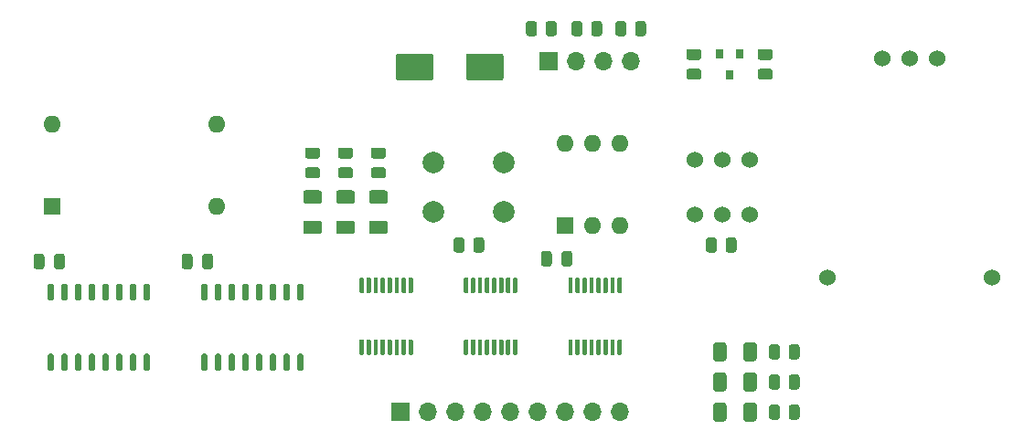
<source format=gbr>
%TF.GenerationSoftware,KiCad,Pcbnew,(5.1.10-1-10_14)*%
%TF.CreationDate,2021-11-14T12:00:46-05:00*%
%TF.ProjectId,clockv2,636c6f63-6b76-4322-9e6b-696361645f70,rev?*%
%TF.SameCoordinates,Original*%
%TF.FileFunction,Soldermask,Top*%
%TF.FilePolarity,Negative*%
%FSLAX46Y46*%
G04 Gerber Fmt 4.6, Leading zero omitted, Abs format (unit mm)*
G04 Created by KiCad (PCBNEW (5.1.10-1-10_14)) date 2021-11-14 12:00:46*
%MOMM*%
%LPD*%
G01*
G04 APERTURE LIST*
%ADD10R,0.800000X0.900000*%
%ADD11O,1.600000X1.600000*%
%ADD12R,1.600000X1.600000*%
%ADD13C,1.524000*%
%ADD14C,2.000000*%
%ADD15O,1.700000X1.700000*%
%ADD16R,1.700000X1.700000*%
G04 APERTURE END LIST*
%TO.C,U6*%
G36*
G01*
X195590500Y-58256000D02*
X195315500Y-58256000D01*
G75*
G02*
X195178000Y-58118500I0J137500D01*
G01*
X195178000Y-56793500D01*
G75*
G02*
X195315500Y-56656000I137500J0D01*
G01*
X195590500Y-56656000D01*
G75*
G02*
X195728000Y-56793500I0J-137500D01*
G01*
X195728000Y-58118500D01*
G75*
G02*
X195590500Y-58256000I-137500J0D01*
G01*
G37*
G36*
G01*
X196860500Y-58256000D02*
X196585500Y-58256000D01*
G75*
G02*
X196448000Y-58118500I0J137500D01*
G01*
X196448000Y-56793500D01*
G75*
G02*
X196585500Y-56656000I137500J0D01*
G01*
X196860500Y-56656000D01*
G75*
G02*
X196998000Y-56793500I0J-137500D01*
G01*
X196998000Y-58118500D01*
G75*
G02*
X196860500Y-58256000I-137500J0D01*
G01*
G37*
G36*
G01*
X198130500Y-58256000D02*
X197855500Y-58256000D01*
G75*
G02*
X197718000Y-58118500I0J137500D01*
G01*
X197718000Y-56793500D01*
G75*
G02*
X197855500Y-56656000I137500J0D01*
G01*
X198130500Y-56656000D01*
G75*
G02*
X198268000Y-56793500I0J-137500D01*
G01*
X198268000Y-58118500D01*
G75*
G02*
X198130500Y-58256000I-137500J0D01*
G01*
G37*
G36*
G01*
X199400500Y-58256000D02*
X199125500Y-58256000D01*
G75*
G02*
X198988000Y-58118500I0J137500D01*
G01*
X198988000Y-56793500D01*
G75*
G02*
X199125500Y-56656000I137500J0D01*
G01*
X199400500Y-56656000D01*
G75*
G02*
X199538000Y-56793500I0J-137500D01*
G01*
X199538000Y-58118500D01*
G75*
G02*
X199400500Y-58256000I-137500J0D01*
G01*
G37*
G36*
G01*
X200670500Y-58256000D02*
X200395500Y-58256000D01*
G75*
G02*
X200258000Y-58118500I0J137500D01*
G01*
X200258000Y-56793500D01*
G75*
G02*
X200395500Y-56656000I137500J0D01*
G01*
X200670500Y-56656000D01*
G75*
G02*
X200808000Y-56793500I0J-137500D01*
G01*
X200808000Y-58118500D01*
G75*
G02*
X200670500Y-58256000I-137500J0D01*
G01*
G37*
G36*
G01*
X201940500Y-58256000D02*
X201665500Y-58256000D01*
G75*
G02*
X201528000Y-58118500I0J137500D01*
G01*
X201528000Y-56793500D01*
G75*
G02*
X201665500Y-56656000I137500J0D01*
G01*
X201940500Y-56656000D01*
G75*
G02*
X202078000Y-56793500I0J-137500D01*
G01*
X202078000Y-58118500D01*
G75*
G02*
X201940500Y-58256000I-137500J0D01*
G01*
G37*
G36*
G01*
X203210500Y-58256000D02*
X202935500Y-58256000D01*
G75*
G02*
X202798000Y-58118500I0J137500D01*
G01*
X202798000Y-56793500D01*
G75*
G02*
X202935500Y-56656000I137500J0D01*
G01*
X203210500Y-56656000D01*
G75*
G02*
X203348000Y-56793500I0J-137500D01*
G01*
X203348000Y-58118500D01*
G75*
G02*
X203210500Y-58256000I-137500J0D01*
G01*
G37*
G36*
G01*
X204480500Y-58256000D02*
X204205500Y-58256000D01*
G75*
G02*
X204068000Y-58118500I0J137500D01*
G01*
X204068000Y-56793500D01*
G75*
G02*
X204205500Y-56656000I137500J0D01*
G01*
X204480500Y-56656000D01*
G75*
G02*
X204618000Y-56793500I0J-137500D01*
G01*
X204618000Y-58118500D01*
G75*
G02*
X204480500Y-58256000I-137500J0D01*
G01*
G37*
G36*
G01*
X204480500Y-64756000D02*
X204205500Y-64756000D01*
G75*
G02*
X204068000Y-64618500I0J137500D01*
G01*
X204068000Y-63293500D01*
G75*
G02*
X204205500Y-63156000I137500J0D01*
G01*
X204480500Y-63156000D01*
G75*
G02*
X204618000Y-63293500I0J-137500D01*
G01*
X204618000Y-64618500D01*
G75*
G02*
X204480500Y-64756000I-137500J0D01*
G01*
G37*
G36*
G01*
X203210500Y-64756000D02*
X202935500Y-64756000D01*
G75*
G02*
X202798000Y-64618500I0J137500D01*
G01*
X202798000Y-63293500D01*
G75*
G02*
X202935500Y-63156000I137500J0D01*
G01*
X203210500Y-63156000D01*
G75*
G02*
X203348000Y-63293500I0J-137500D01*
G01*
X203348000Y-64618500D01*
G75*
G02*
X203210500Y-64756000I-137500J0D01*
G01*
G37*
G36*
G01*
X201940500Y-64756000D02*
X201665500Y-64756000D01*
G75*
G02*
X201528000Y-64618500I0J137500D01*
G01*
X201528000Y-63293500D01*
G75*
G02*
X201665500Y-63156000I137500J0D01*
G01*
X201940500Y-63156000D01*
G75*
G02*
X202078000Y-63293500I0J-137500D01*
G01*
X202078000Y-64618500D01*
G75*
G02*
X201940500Y-64756000I-137500J0D01*
G01*
G37*
G36*
G01*
X200670500Y-64756000D02*
X200395500Y-64756000D01*
G75*
G02*
X200258000Y-64618500I0J137500D01*
G01*
X200258000Y-63293500D01*
G75*
G02*
X200395500Y-63156000I137500J0D01*
G01*
X200670500Y-63156000D01*
G75*
G02*
X200808000Y-63293500I0J-137500D01*
G01*
X200808000Y-64618500D01*
G75*
G02*
X200670500Y-64756000I-137500J0D01*
G01*
G37*
G36*
G01*
X199400500Y-64756000D02*
X199125500Y-64756000D01*
G75*
G02*
X198988000Y-64618500I0J137500D01*
G01*
X198988000Y-63293500D01*
G75*
G02*
X199125500Y-63156000I137500J0D01*
G01*
X199400500Y-63156000D01*
G75*
G02*
X199538000Y-63293500I0J-137500D01*
G01*
X199538000Y-64618500D01*
G75*
G02*
X199400500Y-64756000I-137500J0D01*
G01*
G37*
G36*
G01*
X198130500Y-64756000D02*
X197855500Y-64756000D01*
G75*
G02*
X197718000Y-64618500I0J137500D01*
G01*
X197718000Y-63293500D01*
G75*
G02*
X197855500Y-63156000I137500J0D01*
G01*
X198130500Y-63156000D01*
G75*
G02*
X198268000Y-63293500I0J-137500D01*
G01*
X198268000Y-64618500D01*
G75*
G02*
X198130500Y-64756000I-137500J0D01*
G01*
G37*
G36*
G01*
X196860500Y-64756000D02*
X196585500Y-64756000D01*
G75*
G02*
X196448000Y-64618500I0J137500D01*
G01*
X196448000Y-63293500D01*
G75*
G02*
X196585500Y-63156000I137500J0D01*
G01*
X196860500Y-63156000D01*
G75*
G02*
X196998000Y-63293500I0J-137500D01*
G01*
X196998000Y-64618500D01*
G75*
G02*
X196860500Y-64756000I-137500J0D01*
G01*
G37*
G36*
G01*
X195590500Y-64756000D02*
X195315500Y-64756000D01*
G75*
G02*
X195178000Y-64618500I0J137500D01*
G01*
X195178000Y-63293500D01*
G75*
G02*
X195315500Y-63156000I137500J0D01*
G01*
X195590500Y-63156000D01*
G75*
G02*
X195728000Y-63293500I0J-137500D01*
G01*
X195728000Y-64618500D01*
G75*
G02*
X195590500Y-64756000I-137500J0D01*
G01*
G37*
%TD*%
%TO.C,U3*%
G36*
G01*
X181366500Y-58256000D02*
X181091500Y-58256000D01*
G75*
G02*
X180954000Y-58118500I0J137500D01*
G01*
X180954000Y-56793500D01*
G75*
G02*
X181091500Y-56656000I137500J0D01*
G01*
X181366500Y-56656000D01*
G75*
G02*
X181504000Y-56793500I0J-137500D01*
G01*
X181504000Y-58118500D01*
G75*
G02*
X181366500Y-58256000I-137500J0D01*
G01*
G37*
G36*
G01*
X182636500Y-58256000D02*
X182361500Y-58256000D01*
G75*
G02*
X182224000Y-58118500I0J137500D01*
G01*
X182224000Y-56793500D01*
G75*
G02*
X182361500Y-56656000I137500J0D01*
G01*
X182636500Y-56656000D01*
G75*
G02*
X182774000Y-56793500I0J-137500D01*
G01*
X182774000Y-58118500D01*
G75*
G02*
X182636500Y-58256000I-137500J0D01*
G01*
G37*
G36*
G01*
X183906500Y-58256000D02*
X183631500Y-58256000D01*
G75*
G02*
X183494000Y-58118500I0J137500D01*
G01*
X183494000Y-56793500D01*
G75*
G02*
X183631500Y-56656000I137500J0D01*
G01*
X183906500Y-56656000D01*
G75*
G02*
X184044000Y-56793500I0J-137500D01*
G01*
X184044000Y-58118500D01*
G75*
G02*
X183906500Y-58256000I-137500J0D01*
G01*
G37*
G36*
G01*
X185176500Y-58256000D02*
X184901500Y-58256000D01*
G75*
G02*
X184764000Y-58118500I0J137500D01*
G01*
X184764000Y-56793500D01*
G75*
G02*
X184901500Y-56656000I137500J0D01*
G01*
X185176500Y-56656000D01*
G75*
G02*
X185314000Y-56793500I0J-137500D01*
G01*
X185314000Y-58118500D01*
G75*
G02*
X185176500Y-58256000I-137500J0D01*
G01*
G37*
G36*
G01*
X186446500Y-58256000D02*
X186171500Y-58256000D01*
G75*
G02*
X186034000Y-58118500I0J137500D01*
G01*
X186034000Y-56793500D01*
G75*
G02*
X186171500Y-56656000I137500J0D01*
G01*
X186446500Y-56656000D01*
G75*
G02*
X186584000Y-56793500I0J-137500D01*
G01*
X186584000Y-58118500D01*
G75*
G02*
X186446500Y-58256000I-137500J0D01*
G01*
G37*
G36*
G01*
X187716500Y-58256000D02*
X187441500Y-58256000D01*
G75*
G02*
X187304000Y-58118500I0J137500D01*
G01*
X187304000Y-56793500D01*
G75*
G02*
X187441500Y-56656000I137500J0D01*
G01*
X187716500Y-56656000D01*
G75*
G02*
X187854000Y-56793500I0J-137500D01*
G01*
X187854000Y-58118500D01*
G75*
G02*
X187716500Y-58256000I-137500J0D01*
G01*
G37*
G36*
G01*
X188986500Y-58256000D02*
X188711500Y-58256000D01*
G75*
G02*
X188574000Y-58118500I0J137500D01*
G01*
X188574000Y-56793500D01*
G75*
G02*
X188711500Y-56656000I137500J0D01*
G01*
X188986500Y-56656000D01*
G75*
G02*
X189124000Y-56793500I0J-137500D01*
G01*
X189124000Y-58118500D01*
G75*
G02*
X188986500Y-58256000I-137500J0D01*
G01*
G37*
G36*
G01*
X190256500Y-58256000D02*
X189981500Y-58256000D01*
G75*
G02*
X189844000Y-58118500I0J137500D01*
G01*
X189844000Y-56793500D01*
G75*
G02*
X189981500Y-56656000I137500J0D01*
G01*
X190256500Y-56656000D01*
G75*
G02*
X190394000Y-56793500I0J-137500D01*
G01*
X190394000Y-58118500D01*
G75*
G02*
X190256500Y-58256000I-137500J0D01*
G01*
G37*
G36*
G01*
X190256500Y-64756000D02*
X189981500Y-64756000D01*
G75*
G02*
X189844000Y-64618500I0J137500D01*
G01*
X189844000Y-63293500D01*
G75*
G02*
X189981500Y-63156000I137500J0D01*
G01*
X190256500Y-63156000D01*
G75*
G02*
X190394000Y-63293500I0J-137500D01*
G01*
X190394000Y-64618500D01*
G75*
G02*
X190256500Y-64756000I-137500J0D01*
G01*
G37*
G36*
G01*
X188986500Y-64756000D02*
X188711500Y-64756000D01*
G75*
G02*
X188574000Y-64618500I0J137500D01*
G01*
X188574000Y-63293500D01*
G75*
G02*
X188711500Y-63156000I137500J0D01*
G01*
X188986500Y-63156000D01*
G75*
G02*
X189124000Y-63293500I0J-137500D01*
G01*
X189124000Y-64618500D01*
G75*
G02*
X188986500Y-64756000I-137500J0D01*
G01*
G37*
G36*
G01*
X187716500Y-64756000D02*
X187441500Y-64756000D01*
G75*
G02*
X187304000Y-64618500I0J137500D01*
G01*
X187304000Y-63293500D01*
G75*
G02*
X187441500Y-63156000I137500J0D01*
G01*
X187716500Y-63156000D01*
G75*
G02*
X187854000Y-63293500I0J-137500D01*
G01*
X187854000Y-64618500D01*
G75*
G02*
X187716500Y-64756000I-137500J0D01*
G01*
G37*
G36*
G01*
X186446500Y-64756000D02*
X186171500Y-64756000D01*
G75*
G02*
X186034000Y-64618500I0J137500D01*
G01*
X186034000Y-63293500D01*
G75*
G02*
X186171500Y-63156000I137500J0D01*
G01*
X186446500Y-63156000D01*
G75*
G02*
X186584000Y-63293500I0J-137500D01*
G01*
X186584000Y-64618500D01*
G75*
G02*
X186446500Y-64756000I-137500J0D01*
G01*
G37*
G36*
G01*
X185176500Y-64756000D02*
X184901500Y-64756000D01*
G75*
G02*
X184764000Y-64618500I0J137500D01*
G01*
X184764000Y-63293500D01*
G75*
G02*
X184901500Y-63156000I137500J0D01*
G01*
X185176500Y-63156000D01*
G75*
G02*
X185314000Y-63293500I0J-137500D01*
G01*
X185314000Y-64618500D01*
G75*
G02*
X185176500Y-64756000I-137500J0D01*
G01*
G37*
G36*
G01*
X183906500Y-64756000D02*
X183631500Y-64756000D01*
G75*
G02*
X183494000Y-64618500I0J137500D01*
G01*
X183494000Y-63293500D01*
G75*
G02*
X183631500Y-63156000I137500J0D01*
G01*
X183906500Y-63156000D01*
G75*
G02*
X184044000Y-63293500I0J-137500D01*
G01*
X184044000Y-64618500D01*
G75*
G02*
X183906500Y-64756000I-137500J0D01*
G01*
G37*
G36*
G01*
X182636500Y-64756000D02*
X182361500Y-64756000D01*
G75*
G02*
X182224000Y-64618500I0J137500D01*
G01*
X182224000Y-63293500D01*
G75*
G02*
X182361500Y-63156000I137500J0D01*
G01*
X182636500Y-63156000D01*
G75*
G02*
X182774000Y-63293500I0J-137500D01*
G01*
X182774000Y-64618500D01*
G75*
G02*
X182636500Y-64756000I-137500J0D01*
G01*
G37*
G36*
G01*
X181366500Y-64756000D02*
X181091500Y-64756000D01*
G75*
G02*
X180954000Y-64618500I0J137500D01*
G01*
X180954000Y-63293500D01*
G75*
G02*
X181091500Y-63156000I137500J0D01*
G01*
X181366500Y-63156000D01*
G75*
G02*
X181504000Y-63293500I0J-137500D01*
G01*
X181504000Y-64618500D01*
G75*
G02*
X181366500Y-64756000I-137500J0D01*
G01*
G37*
%TD*%
%TO.C,R10*%
G36*
G01*
X241242001Y-35922000D02*
X240341999Y-35922000D01*
G75*
G02*
X240092000Y-35672001I0J249999D01*
G01*
X240092000Y-35146999D01*
G75*
G02*
X240341999Y-34897000I249999J0D01*
G01*
X241242001Y-34897000D01*
G75*
G02*
X241492000Y-35146999I0J-249999D01*
G01*
X241492000Y-35672001D01*
G75*
G02*
X241242001Y-35922000I-249999J0D01*
G01*
G37*
G36*
G01*
X241242001Y-37747000D02*
X240341999Y-37747000D01*
G75*
G02*
X240092000Y-37497001I0J249999D01*
G01*
X240092000Y-36971999D01*
G75*
G02*
X240341999Y-36722000I249999J0D01*
G01*
X241242001Y-36722000D01*
G75*
G02*
X241492000Y-36971999I0J-249999D01*
G01*
X241492000Y-37497001D01*
G75*
G02*
X241242001Y-37747000I-249999J0D01*
G01*
G37*
%TD*%
%TO.C,R9*%
G36*
G01*
X247846001Y-35922000D02*
X246945999Y-35922000D01*
G75*
G02*
X246696000Y-35672001I0J249999D01*
G01*
X246696000Y-35146999D01*
G75*
G02*
X246945999Y-34897000I249999J0D01*
G01*
X247846001Y-34897000D01*
G75*
G02*
X248096000Y-35146999I0J-249999D01*
G01*
X248096000Y-35672001D01*
G75*
G02*
X247846001Y-35922000I-249999J0D01*
G01*
G37*
G36*
G01*
X247846001Y-37747000D02*
X246945999Y-37747000D01*
G75*
G02*
X246696000Y-37497001I0J249999D01*
G01*
X246696000Y-36971999D01*
G75*
G02*
X246945999Y-36722000I249999J0D01*
G01*
X247846001Y-36722000D01*
G75*
G02*
X248096000Y-36971999I0J-249999D01*
G01*
X248096000Y-37497001D01*
G75*
G02*
X247846001Y-37747000I-249999J0D01*
G01*
G37*
%TD*%
D10*
%TO.C,Q1*%
X244094000Y-37322000D03*
X243144000Y-35322000D03*
X245044000Y-35322000D03*
%TD*%
%TO.C,U13*%
G36*
G01*
X243827000Y-65161000D02*
X243827000Y-66411000D01*
G75*
G02*
X243577000Y-66661000I-250000J0D01*
G01*
X242827000Y-66661000D01*
G75*
G02*
X242577000Y-66411000I0J250000D01*
G01*
X242577000Y-65161000D01*
G75*
G02*
X242827000Y-64911000I250000J0D01*
G01*
X243577000Y-64911000D01*
G75*
G02*
X243827000Y-65161000I0J-250000D01*
G01*
G37*
G36*
G01*
X246627000Y-65161000D02*
X246627000Y-66411000D01*
G75*
G02*
X246377000Y-66661000I-250000J0D01*
G01*
X245627000Y-66661000D01*
G75*
G02*
X245377000Y-66411000I0J250000D01*
G01*
X245377000Y-65161000D01*
G75*
G02*
X245627000Y-64911000I250000J0D01*
G01*
X246377000Y-64911000D01*
G75*
G02*
X246627000Y-65161000I0J-250000D01*
G01*
G37*
%TD*%
%TO.C,U12*%
G36*
G01*
X243827000Y-67955000D02*
X243827000Y-69205000D01*
G75*
G02*
X243577000Y-69455000I-250000J0D01*
G01*
X242827000Y-69455000D01*
G75*
G02*
X242577000Y-69205000I0J250000D01*
G01*
X242577000Y-67955000D01*
G75*
G02*
X242827000Y-67705000I250000J0D01*
G01*
X243577000Y-67705000D01*
G75*
G02*
X243827000Y-67955000I0J-250000D01*
G01*
G37*
G36*
G01*
X246627000Y-67955000D02*
X246627000Y-69205000D01*
G75*
G02*
X246377000Y-69455000I-250000J0D01*
G01*
X245627000Y-69455000D01*
G75*
G02*
X245377000Y-69205000I0J250000D01*
G01*
X245377000Y-67955000D01*
G75*
G02*
X245627000Y-67705000I250000J0D01*
G01*
X246377000Y-67705000D01*
G75*
G02*
X246627000Y-67955000I0J-250000D01*
G01*
G37*
%TD*%
%TO.C,U11*%
G36*
G01*
X243827000Y-62367000D02*
X243827000Y-63617000D01*
G75*
G02*
X243577000Y-63867000I-250000J0D01*
G01*
X242827000Y-63867000D01*
G75*
G02*
X242577000Y-63617000I0J250000D01*
G01*
X242577000Y-62367000D01*
G75*
G02*
X242827000Y-62117000I250000J0D01*
G01*
X243577000Y-62117000D01*
G75*
G02*
X243827000Y-62367000I0J-250000D01*
G01*
G37*
G36*
G01*
X246627000Y-62367000D02*
X246627000Y-63617000D01*
G75*
G02*
X246377000Y-63867000I-250000J0D01*
G01*
X245627000Y-63867000D01*
G75*
G02*
X245377000Y-63617000I0J250000D01*
G01*
X245377000Y-62367000D01*
G75*
G02*
X245627000Y-62117000I250000J0D01*
G01*
X246377000Y-62117000D01*
G75*
G02*
X246627000Y-62367000I0J-250000D01*
G01*
G37*
%TD*%
%TO.C,U10*%
G36*
G01*
X219802000Y-57565000D02*
X219602000Y-57565000D01*
G75*
G02*
X219502000Y-57465000I0J100000D01*
G01*
X219502000Y-56190000D01*
G75*
G02*
X219602000Y-56090000I100000J0D01*
G01*
X219802000Y-56090000D01*
G75*
G02*
X219902000Y-56190000I0J-100000D01*
G01*
X219902000Y-57465000D01*
G75*
G02*
X219802000Y-57565000I-100000J0D01*
G01*
G37*
G36*
G01*
X220452000Y-57565000D02*
X220252000Y-57565000D01*
G75*
G02*
X220152000Y-57465000I0J100000D01*
G01*
X220152000Y-56190000D01*
G75*
G02*
X220252000Y-56090000I100000J0D01*
G01*
X220452000Y-56090000D01*
G75*
G02*
X220552000Y-56190000I0J-100000D01*
G01*
X220552000Y-57465000D01*
G75*
G02*
X220452000Y-57565000I-100000J0D01*
G01*
G37*
G36*
G01*
X221102000Y-57565000D02*
X220902000Y-57565000D01*
G75*
G02*
X220802000Y-57465000I0J100000D01*
G01*
X220802000Y-56190000D01*
G75*
G02*
X220902000Y-56090000I100000J0D01*
G01*
X221102000Y-56090000D01*
G75*
G02*
X221202000Y-56190000I0J-100000D01*
G01*
X221202000Y-57465000D01*
G75*
G02*
X221102000Y-57565000I-100000J0D01*
G01*
G37*
G36*
G01*
X221752000Y-57565000D02*
X221552000Y-57565000D01*
G75*
G02*
X221452000Y-57465000I0J100000D01*
G01*
X221452000Y-56190000D01*
G75*
G02*
X221552000Y-56090000I100000J0D01*
G01*
X221752000Y-56090000D01*
G75*
G02*
X221852000Y-56190000I0J-100000D01*
G01*
X221852000Y-57465000D01*
G75*
G02*
X221752000Y-57565000I-100000J0D01*
G01*
G37*
G36*
G01*
X222402000Y-57565000D02*
X222202000Y-57565000D01*
G75*
G02*
X222102000Y-57465000I0J100000D01*
G01*
X222102000Y-56190000D01*
G75*
G02*
X222202000Y-56090000I100000J0D01*
G01*
X222402000Y-56090000D01*
G75*
G02*
X222502000Y-56190000I0J-100000D01*
G01*
X222502000Y-57465000D01*
G75*
G02*
X222402000Y-57565000I-100000J0D01*
G01*
G37*
G36*
G01*
X223052000Y-57565000D02*
X222852000Y-57565000D01*
G75*
G02*
X222752000Y-57465000I0J100000D01*
G01*
X222752000Y-56190000D01*
G75*
G02*
X222852000Y-56090000I100000J0D01*
G01*
X223052000Y-56090000D01*
G75*
G02*
X223152000Y-56190000I0J-100000D01*
G01*
X223152000Y-57465000D01*
G75*
G02*
X223052000Y-57565000I-100000J0D01*
G01*
G37*
G36*
G01*
X223702000Y-57565000D02*
X223502000Y-57565000D01*
G75*
G02*
X223402000Y-57465000I0J100000D01*
G01*
X223402000Y-56190000D01*
G75*
G02*
X223502000Y-56090000I100000J0D01*
G01*
X223702000Y-56090000D01*
G75*
G02*
X223802000Y-56190000I0J-100000D01*
G01*
X223802000Y-57465000D01*
G75*
G02*
X223702000Y-57565000I-100000J0D01*
G01*
G37*
G36*
G01*
X224352000Y-57565000D02*
X224152000Y-57565000D01*
G75*
G02*
X224052000Y-57465000I0J100000D01*
G01*
X224052000Y-56190000D01*
G75*
G02*
X224152000Y-56090000I100000J0D01*
G01*
X224352000Y-56090000D01*
G75*
G02*
X224452000Y-56190000I0J-100000D01*
G01*
X224452000Y-57465000D01*
G75*
G02*
X224352000Y-57565000I-100000J0D01*
G01*
G37*
G36*
G01*
X224352000Y-63290000D02*
X224152000Y-63290000D01*
G75*
G02*
X224052000Y-63190000I0J100000D01*
G01*
X224052000Y-61915000D01*
G75*
G02*
X224152000Y-61815000I100000J0D01*
G01*
X224352000Y-61815000D01*
G75*
G02*
X224452000Y-61915000I0J-100000D01*
G01*
X224452000Y-63190000D01*
G75*
G02*
X224352000Y-63290000I-100000J0D01*
G01*
G37*
G36*
G01*
X223702000Y-63290000D02*
X223502000Y-63290000D01*
G75*
G02*
X223402000Y-63190000I0J100000D01*
G01*
X223402000Y-61915000D01*
G75*
G02*
X223502000Y-61815000I100000J0D01*
G01*
X223702000Y-61815000D01*
G75*
G02*
X223802000Y-61915000I0J-100000D01*
G01*
X223802000Y-63190000D01*
G75*
G02*
X223702000Y-63290000I-100000J0D01*
G01*
G37*
G36*
G01*
X223052000Y-63290000D02*
X222852000Y-63290000D01*
G75*
G02*
X222752000Y-63190000I0J100000D01*
G01*
X222752000Y-61915000D01*
G75*
G02*
X222852000Y-61815000I100000J0D01*
G01*
X223052000Y-61815000D01*
G75*
G02*
X223152000Y-61915000I0J-100000D01*
G01*
X223152000Y-63190000D01*
G75*
G02*
X223052000Y-63290000I-100000J0D01*
G01*
G37*
G36*
G01*
X222402000Y-63290000D02*
X222202000Y-63290000D01*
G75*
G02*
X222102000Y-63190000I0J100000D01*
G01*
X222102000Y-61915000D01*
G75*
G02*
X222202000Y-61815000I100000J0D01*
G01*
X222402000Y-61815000D01*
G75*
G02*
X222502000Y-61915000I0J-100000D01*
G01*
X222502000Y-63190000D01*
G75*
G02*
X222402000Y-63290000I-100000J0D01*
G01*
G37*
G36*
G01*
X221752000Y-63290000D02*
X221552000Y-63290000D01*
G75*
G02*
X221452000Y-63190000I0J100000D01*
G01*
X221452000Y-61915000D01*
G75*
G02*
X221552000Y-61815000I100000J0D01*
G01*
X221752000Y-61815000D01*
G75*
G02*
X221852000Y-61915000I0J-100000D01*
G01*
X221852000Y-63190000D01*
G75*
G02*
X221752000Y-63290000I-100000J0D01*
G01*
G37*
G36*
G01*
X221102000Y-63290000D02*
X220902000Y-63290000D01*
G75*
G02*
X220802000Y-63190000I0J100000D01*
G01*
X220802000Y-61915000D01*
G75*
G02*
X220902000Y-61815000I100000J0D01*
G01*
X221102000Y-61815000D01*
G75*
G02*
X221202000Y-61915000I0J-100000D01*
G01*
X221202000Y-63190000D01*
G75*
G02*
X221102000Y-63290000I-100000J0D01*
G01*
G37*
G36*
G01*
X220452000Y-63290000D02*
X220252000Y-63290000D01*
G75*
G02*
X220152000Y-63190000I0J100000D01*
G01*
X220152000Y-61915000D01*
G75*
G02*
X220252000Y-61815000I100000J0D01*
G01*
X220452000Y-61815000D01*
G75*
G02*
X220552000Y-61915000I0J-100000D01*
G01*
X220552000Y-63190000D01*
G75*
G02*
X220452000Y-63290000I-100000J0D01*
G01*
G37*
G36*
G01*
X219802000Y-63290000D02*
X219602000Y-63290000D01*
G75*
G02*
X219502000Y-63190000I0J100000D01*
G01*
X219502000Y-61915000D01*
G75*
G02*
X219602000Y-61815000I100000J0D01*
G01*
X219802000Y-61815000D01*
G75*
G02*
X219902000Y-61915000I0J-100000D01*
G01*
X219902000Y-63190000D01*
G75*
G02*
X219802000Y-63290000I-100000J0D01*
G01*
G37*
%TD*%
%TO.C,U9*%
G36*
G01*
X210131000Y-57565000D02*
X209931000Y-57565000D01*
G75*
G02*
X209831000Y-57465000I0J100000D01*
G01*
X209831000Y-56190000D01*
G75*
G02*
X209931000Y-56090000I100000J0D01*
G01*
X210131000Y-56090000D01*
G75*
G02*
X210231000Y-56190000I0J-100000D01*
G01*
X210231000Y-57465000D01*
G75*
G02*
X210131000Y-57565000I-100000J0D01*
G01*
G37*
G36*
G01*
X210781000Y-57565000D02*
X210581000Y-57565000D01*
G75*
G02*
X210481000Y-57465000I0J100000D01*
G01*
X210481000Y-56190000D01*
G75*
G02*
X210581000Y-56090000I100000J0D01*
G01*
X210781000Y-56090000D01*
G75*
G02*
X210881000Y-56190000I0J-100000D01*
G01*
X210881000Y-57465000D01*
G75*
G02*
X210781000Y-57565000I-100000J0D01*
G01*
G37*
G36*
G01*
X211431000Y-57565000D02*
X211231000Y-57565000D01*
G75*
G02*
X211131000Y-57465000I0J100000D01*
G01*
X211131000Y-56190000D01*
G75*
G02*
X211231000Y-56090000I100000J0D01*
G01*
X211431000Y-56090000D01*
G75*
G02*
X211531000Y-56190000I0J-100000D01*
G01*
X211531000Y-57465000D01*
G75*
G02*
X211431000Y-57565000I-100000J0D01*
G01*
G37*
G36*
G01*
X212081000Y-57565000D02*
X211881000Y-57565000D01*
G75*
G02*
X211781000Y-57465000I0J100000D01*
G01*
X211781000Y-56190000D01*
G75*
G02*
X211881000Y-56090000I100000J0D01*
G01*
X212081000Y-56090000D01*
G75*
G02*
X212181000Y-56190000I0J-100000D01*
G01*
X212181000Y-57465000D01*
G75*
G02*
X212081000Y-57565000I-100000J0D01*
G01*
G37*
G36*
G01*
X212731000Y-57565000D02*
X212531000Y-57565000D01*
G75*
G02*
X212431000Y-57465000I0J100000D01*
G01*
X212431000Y-56190000D01*
G75*
G02*
X212531000Y-56090000I100000J0D01*
G01*
X212731000Y-56090000D01*
G75*
G02*
X212831000Y-56190000I0J-100000D01*
G01*
X212831000Y-57465000D01*
G75*
G02*
X212731000Y-57565000I-100000J0D01*
G01*
G37*
G36*
G01*
X213381000Y-57565000D02*
X213181000Y-57565000D01*
G75*
G02*
X213081000Y-57465000I0J100000D01*
G01*
X213081000Y-56190000D01*
G75*
G02*
X213181000Y-56090000I100000J0D01*
G01*
X213381000Y-56090000D01*
G75*
G02*
X213481000Y-56190000I0J-100000D01*
G01*
X213481000Y-57465000D01*
G75*
G02*
X213381000Y-57565000I-100000J0D01*
G01*
G37*
G36*
G01*
X214031000Y-57565000D02*
X213831000Y-57565000D01*
G75*
G02*
X213731000Y-57465000I0J100000D01*
G01*
X213731000Y-56190000D01*
G75*
G02*
X213831000Y-56090000I100000J0D01*
G01*
X214031000Y-56090000D01*
G75*
G02*
X214131000Y-56190000I0J-100000D01*
G01*
X214131000Y-57465000D01*
G75*
G02*
X214031000Y-57565000I-100000J0D01*
G01*
G37*
G36*
G01*
X214681000Y-57565000D02*
X214481000Y-57565000D01*
G75*
G02*
X214381000Y-57465000I0J100000D01*
G01*
X214381000Y-56190000D01*
G75*
G02*
X214481000Y-56090000I100000J0D01*
G01*
X214681000Y-56090000D01*
G75*
G02*
X214781000Y-56190000I0J-100000D01*
G01*
X214781000Y-57465000D01*
G75*
G02*
X214681000Y-57565000I-100000J0D01*
G01*
G37*
G36*
G01*
X214681000Y-63290000D02*
X214481000Y-63290000D01*
G75*
G02*
X214381000Y-63190000I0J100000D01*
G01*
X214381000Y-61915000D01*
G75*
G02*
X214481000Y-61815000I100000J0D01*
G01*
X214681000Y-61815000D01*
G75*
G02*
X214781000Y-61915000I0J-100000D01*
G01*
X214781000Y-63190000D01*
G75*
G02*
X214681000Y-63290000I-100000J0D01*
G01*
G37*
G36*
G01*
X214031000Y-63290000D02*
X213831000Y-63290000D01*
G75*
G02*
X213731000Y-63190000I0J100000D01*
G01*
X213731000Y-61915000D01*
G75*
G02*
X213831000Y-61815000I100000J0D01*
G01*
X214031000Y-61815000D01*
G75*
G02*
X214131000Y-61915000I0J-100000D01*
G01*
X214131000Y-63190000D01*
G75*
G02*
X214031000Y-63290000I-100000J0D01*
G01*
G37*
G36*
G01*
X213381000Y-63290000D02*
X213181000Y-63290000D01*
G75*
G02*
X213081000Y-63190000I0J100000D01*
G01*
X213081000Y-61915000D01*
G75*
G02*
X213181000Y-61815000I100000J0D01*
G01*
X213381000Y-61815000D01*
G75*
G02*
X213481000Y-61915000I0J-100000D01*
G01*
X213481000Y-63190000D01*
G75*
G02*
X213381000Y-63290000I-100000J0D01*
G01*
G37*
G36*
G01*
X212731000Y-63290000D02*
X212531000Y-63290000D01*
G75*
G02*
X212431000Y-63190000I0J100000D01*
G01*
X212431000Y-61915000D01*
G75*
G02*
X212531000Y-61815000I100000J0D01*
G01*
X212731000Y-61815000D01*
G75*
G02*
X212831000Y-61915000I0J-100000D01*
G01*
X212831000Y-63190000D01*
G75*
G02*
X212731000Y-63290000I-100000J0D01*
G01*
G37*
G36*
G01*
X212081000Y-63290000D02*
X211881000Y-63290000D01*
G75*
G02*
X211781000Y-63190000I0J100000D01*
G01*
X211781000Y-61915000D01*
G75*
G02*
X211881000Y-61815000I100000J0D01*
G01*
X212081000Y-61815000D01*
G75*
G02*
X212181000Y-61915000I0J-100000D01*
G01*
X212181000Y-63190000D01*
G75*
G02*
X212081000Y-63290000I-100000J0D01*
G01*
G37*
G36*
G01*
X211431000Y-63290000D02*
X211231000Y-63290000D01*
G75*
G02*
X211131000Y-63190000I0J100000D01*
G01*
X211131000Y-61915000D01*
G75*
G02*
X211231000Y-61815000I100000J0D01*
G01*
X211431000Y-61815000D01*
G75*
G02*
X211531000Y-61915000I0J-100000D01*
G01*
X211531000Y-63190000D01*
G75*
G02*
X211431000Y-63290000I-100000J0D01*
G01*
G37*
G36*
G01*
X210781000Y-63290000D02*
X210581000Y-63290000D01*
G75*
G02*
X210481000Y-63190000I0J100000D01*
G01*
X210481000Y-61915000D01*
G75*
G02*
X210581000Y-61815000I100000J0D01*
G01*
X210781000Y-61815000D01*
G75*
G02*
X210881000Y-61915000I0J-100000D01*
G01*
X210881000Y-63190000D01*
G75*
G02*
X210781000Y-63290000I-100000J0D01*
G01*
G37*
G36*
G01*
X210131000Y-63290000D02*
X209931000Y-63290000D01*
G75*
G02*
X209831000Y-63190000I0J100000D01*
G01*
X209831000Y-61915000D01*
G75*
G02*
X209931000Y-61815000I100000J0D01*
G01*
X210131000Y-61815000D01*
G75*
G02*
X210231000Y-61915000I0J-100000D01*
G01*
X210231000Y-63190000D01*
G75*
G02*
X210131000Y-63290000I-100000J0D01*
G01*
G37*
%TD*%
%TO.C,U8*%
G36*
G01*
X204861000Y-50813000D02*
X206111000Y-50813000D01*
G75*
G02*
X206361000Y-51063000I0J-250000D01*
G01*
X206361000Y-51813000D01*
G75*
G02*
X206111000Y-52063000I-250000J0D01*
G01*
X204861000Y-52063000D01*
G75*
G02*
X204611000Y-51813000I0J250000D01*
G01*
X204611000Y-51063000D01*
G75*
G02*
X204861000Y-50813000I250000J0D01*
G01*
G37*
G36*
G01*
X204861000Y-48013000D02*
X206111000Y-48013000D01*
G75*
G02*
X206361000Y-48263000I0J-250000D01*
G01*
X206361000Y-49013000D01*
G75*
G02*
X206111000Y-49263000I-250000J0D01*
G01*
X204861000Y-49263000D01*
G75*
G02*
X204611000Y-49013000I0J250000D01*
G01*
X204611000Y-48263000D01*
G75*
G02*
X204861000Y-48013000I250000J0D01*
G01*
G37*
%TD*%
%TO.C,U5*%
G36*
G01*
X210957000Y-50813000D02*
X212207000Y-50813000D01*
G75*
G02*
X212457000Y-51063000I0J-250000D01*
G01*
X212457000Y-51813000D01*
G75*
G02*
X212207000Y-52063000I-250000J0D01*
G01*
X210957000Y-52063000D01*
G75*
G02*
X210707000Y-51813000I0J250000D01*
G01*
X210707000Y-51063000D01*
G75*
G02*
X210957000Y-50813000I250000J0D01*
G01*
G37*
G36*
G01*
X210957000Y-48013000D02*
X212207000Y-48013000D01*
G75*
G02*
X212457000Y-48263000I0J-250000D01*
G01*
X212457000Y-49013000D01*
G75*
G02*
X212207000Y-49263000I-250000J0D01*
G01*
X210957000Y-49263000D01*
G75*
G02*
X210707000Y-49013000I0J250000D01*
G01*
X210707000Y-48263000D01*
G75*
G02*
X210957000Y-48013000I250000J0D01*
G01*
G37*
%TD*%
%TO.C,U4*%
G36*
G01*
X207909000Y-50813000D02*
X209159000Y-50813000D01*
G75*
G02*
X209409000Y-51063000I0J-250000D01*
G01*
X209409000Y-51813000D01*
G75*
G02*
X209159000Y-52063000I-250000J0D01*
G01*
X207909000Y-52063000D01*
G75*
G02*
X207659000Y-51813000I0J250000D01*
G01*
X207659000Y-51063000D01*
G75*
G02*
X207909000Y-50813000I250000J0D01*
G01*
G37*
G36*
G01*
X207909000Y-48013000D02*
X209159000Y-48013000D01*
G75*
G02*
X209409000Y-48263000I0J-250000D01*
G01*
X209409000Y-49013000D01*
G75*
G02*
X209159000Y-49263000I-250000J0D01*
G01*
X207909000Y-49263000D01*
G75*
G02*
X207659000Y-49013000I0J250000D01*
G01*
X207659000Y-48263000D01*
G75*
G02*
X207909000Y-48013000I250000J0D01*
G01*
G37*
%TD*%
%TO.C,U2*%
G36*
G01*
X229473000Y-57565000D02*
X229273000Y-57565000D01*
G75*
G02*
X229173000Y-57465000I0J100000D01*
G01*
X229173000Y-56190000D01*
G75*
G02*
X229273000Y-56090000I100000J0D01*
G01*
X229473000Y-56090000D01*
G75*
G02*
X229573000Y-56190000I0J-100000D01*
G01*
X229573000Y-57465000D01*
G75*
G02*
X229473000Y-57565000I-100000J0D01*
G01*
G37*
G36*
G01*
X230123000Y-57565000D02*
X229923000Y-57565000D01*
G75*
G02*
X229823000Y-57465000I0J100000D01*
G01*
X229823000Y-56190000D01*
G75*
G02*
X229923000Y-56090000I100000J0D01*
G01*
X230123000Y-56090000D01*
G75*
G02*
X230223000Y-56190000I0J-100000D01*
G01*
X230223000Y-57465000D01*
G75*
G02*
X230123000Y-57565000I-100000J0D01*
G01*
G37*
G36*
G01*
X230773000Y-57565000D02*
X230573000Y-57565000D01*
G75*
G02*
X230473000Y-57465000I0J100000D01*
G01*
X230473000Y-56190000D01*
G75*
G02*
X230573000Y-56090000I100000J0D01*
G01*
X230773000Y-56090000D01*
G75*
G02*
X230873000Y-56190000I0J-100000D01*
G01*
X230873000Y-57465000D01*
G75*
G02*
X230773000Y-57565000I-100000J0D01*
G01*
G37*
G36*
G01*
X231423000Y-57565000D02*
X231223000Y-57565000D01*
G75*
G02*
X231123000Y-57465000I0J100000D01*
G01*
X231123000Y-56190000D01*
G75*
G02*
X231223000Y-56090000I100000J0D01*
G01*
X231423000Y-56090000D01*
G75*
G02*
X231523000Y-56190000I0J-100000D01*
G01*
X231523000Y-57465000D01*
G75*
G02*
X231423000Y-57565000I-100000J0D01*
G01*
G37*
G36*
G01*
X232073000Y-57565000D02*
X231873000Y-57565000D01*
G75*
G02*
X231773000Y-57465000I0J100000D01*
G01*
X231773000Y-56190000D01*
G75*
G02*
X231873000Y-56090000I100000J0D01*
G01*
X232073000Y-56090000D01*
G75*
G02*
X232173000Y-56190000I0J-100000D01*
G01*
X232173000Y-57465000D01*
G75*
G02*
X232073000Y-57565000I-100000J0D01*
G01*
G37*
G36*
G01*
X232723000Y-57565000D02*
X232523000Y-57565000D01*
G75*
G02*
X232423000Y-57465000I0J100000D01*
G01*
X232423000Y-56190000D01*
G75*
G02*
X232523000Y-56090000I100000J0D01*
G01*
X232723000Y-56090000D01*
G75*
G02*
X232823000Y-56190000I0J-100000D01*
G01*
X232823000Y-57465000D01*
G75*
G02*
X232723000Y-57565000I-100000J0D01*
G01*
G37*
G36*
G01*
X233373000Y-57565000D02*
X233173000Y-57565000D01*
G75*
G02*
X233073000Y-57465000I0J100000D01*
G01*
X233073000Y-56190000D01*
G75*
G02*
X233173000Y-56090000I100000J0D01*
G01*
X233373000Y-56090000D01*
G75*
G02*
X233473000Y-56190000I0J-100000D01*
G01*
X233473000Y-57465000D01*
G75*
G02*
X233373000Y-57565000I-100000J0D01*
G01*
G37*
G36*
G01*
X234023000Y-57565000D02*
X233823000Y-57565000D01*
G75*
G02*
X233723000Y-57465000I0J100000D01*
G01*
X233723000Y-56190000D01*
G75*
G02*
X233823000Y-56090000I100000J0D01*
G01*
X234023000Y-56090000D01*
G75*
G02*
X234123000Y-56190000I0J-100000D01*
G01*
X234123000Y-57465000D01*
G75*
G02*
X234023000Y-57565000I-100000J0D01*
G01*
G37*
G36*
G01*
X234023000Y-63290000D02*
X233823000Y-63290000D01*
G75*
G02*
X233723000Y-63190000I0J100000D01*
G01*
X233723000Y-61915000D01*
G75*
G02*
X233823000Y-61815000I100000J0D01*
G01*
X234023000Y-61815000D01*
G75*
G02*
X234123000Y-61915000I0J-100000D01*
G01*
X234123000Y-63190000D01*
G75*
G02*
X234023000Y-63290000I-100000J0D01*
G01*
G37*
G36*
G01*
X233373000Y-63290000D02*
X233173000Y-63290000D01*
G75*
G02*
X233073000Y-63190000I0J100000D01*
G01*
X233073000Y-61915000D01*
G75*
G02*
X233173000Y-61815000I100000J0D01*
G01*
X233373000Y-61815000D01*
G75*
G02*
X233473000Y-61915000I0J-100000D01*
G01*
X233473000Y-63190000D01*
G75*
G02*
X233373000Y-63290000I-100000J0D01*
G01*
G37*
G36*
G01*
X232723000Y-63290000D02*
X232523000Y-63290000D01*
G75*
G02*
X232423000Y-63190000I0J100000D01*
G01*
X232423000Y-61915000D01*
G75*
G02*
X232523000Y-61815000I100000J0D01*
G01*
X232723000Y-61815000D01*
G75*
G02*
X232823000Y-61915000I0J-100000D01*
G01*
X232823000Y-63190000D01*
G75*
G02*
X232723000Y-63290000I-100000J0D01*
G01*
G37*
G36*
G01*
X232073000Y-63290000D02*
X231873000Y-63290000D01*
G75*
G02*
X231773000Y-63190000I0J100000D01*
G01*
X231773000Y-61915000D01*
G75*
G02*
X231873000Y-61815000I100000J0D01*
G01*
X232073000Y-61815000D01*
G75*
G02*
X232173000Y-61915000I0J-100000D01*
G01*
X232173000Y-63190000D01*
G75*
G02*
X232073000Y-63290000I-100000J0D01*
G01*
G37*
G36*
G01*
X231423000Y-63290000D02*
X231223000Y-63290000D01*
G75*
G02*
X231123000Y-63190000I0J100000D01*
G01*
X231123000Y-61915000D01*
G75*
G02*
X231223000Y-61815000I100000J0D01*
G01*
X231423000Y-61815000D01*
G75*
G02*
X231523000Y-61915000I0J-100000D01*
G01*
X231523000Y-63190000D01*
G75*
G02*
X231423000Y-63290000I-100000J0D01*
G01*
G37*
G36*
G01*
X230773000Y-63290000D02*
X230573000Y-63290000D01*
G75*
G02*
X230473000Y-63190000I0J100000D01*
G01*
X230473000Y-61915000D01*
G75*
G02*
X230573000Y-61815000I100000J0D01*
G01*
X230773000Y-61815000D01*
G75*
G02*
X230873000Y-61915000I0J-100000D01*
G01*
X230873000Y-63190000D01*
G75*
G02*
X230773000Y-63290000I-100000J0D01*
G01*
G37*
G36*
G01*
X230123000Y-63290000D02*
X229923000Y-63290000D01*
G75*
G02*
X229823000Y-63190000I0J100000D01*
G01*
X229823000Y-61915000D01*
G75*
G02*
X229923000Y-61815000I100000J0D01*
G01*
X230123000Y-61815000D01*
G75*
G02*
X230223000Y-61915000I0J-100000D01*
G01*
X230223000Y-63190000D01*
G75*
G02*
X230123000Y-63290000I-100000J0D01*
G01*
G37*
G36*
G01*
X229473000Y-63290000D02*
X229273000Y-63290000D01*
G75*
G02*
X229173000Y-63190000I0J100000D01*
G01*
X229173000Y-61915000D01*
G75*
G02*
X229273000Y-61815000I100000J0D01*
G01*
X229473000Y-61815000D01*
G75*
G02*
X229573000Y-61915000I0J-100000D01*
G01*
X229573000Y-63190000D01*
G75*
G02*
X229473000Y-63290000I-100000J0D01*
G01*
G37*
%TD*%
D11*
%TO.C,SW3*%
X228854000Y-43688000D03*
X233934000Y-51308000D03*
X231394000Y-43688000D03*
X231394000Y-51308000D03*
X233934000Y-43688000D03*
D12*
X228854000Y-51308000D03*
%TD*%
D13*
%TO.C,SW2*%
X246000000Y-50264000D03*
X243460000Y-50264000D03*
X240920000Y-50264000D03*
X246000000Y-45184000D03*
X243460000Y-45184000D03*
X240920000Y-45184000D03*
%TD*%
D14*
%TO.C,SW1*%
X223162000Y-45466000D03*
X223162000Y-49966000D03*
X216662000Y-45466000D03*
X216662000Y-49966000D03*
%TD*%
%TO.C,R13*%
G36*
G01*
X235350000Y-33470002D02*
X235350000Y-32569998D01*
G75*
G02*
X235599998Y-32320000I249998J0D01*
G01*
X236125002Y-32320000D01*
G75*
G02*
X236375000Y-32569998I0J-249998D01*
G01*
X236375000Y-33470002D01*
G75*
G02*
X236125002Y-33720000I-249998J0D01*
G01*
X235599998Y-33720000D01*
G75*
G02*
X235350000Y-33470002I0J249998D01*
G01*
G37*
G36*
G01*
X233525000Y-33470002D02*
X233525000Y-32569998D01*
G75*
G02*
X233774998Y-32320000I249998J0D01*
G01*
X234300002Y-32320000D01*
G75*
G02*
X234550000Y-32569998I0J-249998D01*
G01*
X234550000Y-33470002D01*
G75*
G02*
X234300002Y-33720000I-249998J0D01*
G01*
X233774998Y-33720000D01*
G75*
G02*
X233525000Y-33470002I0J249998D01*
G01*
G37*
%TD*%
%TO.C,R12*%
G36*
G01*
X231286000Y-33470002D02*
X231286000Y-32569998D01*
G75*
G02*
X231535998Y-32320000I249998J0D01*
G01*
X232061002Y-32320000D01*
G75*
G02*
X232311000Y-32569998I0J-249998D01*
G01*
X232311000Y-33470002D01*
G75*
G02*
X232061002Y-33720000I-249998J0D01*
G01*
X231535998Y-33720000D01*
G75*
G02*
X231286000Y-33470002I0J249998D01*
G01*
G37*
G36*
G01*
X229461000Y-33470002D02*
X229461000Y-32569998D01*
G75*
G02*
X229710998Y-32320000I249998J0D01*
G01*
X230236002Y-32320000D01*
G75*
G02*
X230486000Y-32569998I0J-249998D01*
G01*
X230486000Y-33470002D01*
G75*
G02*
X230236002Y-33720000I-249998J0D01*
G01*
X229710998Y-33720000D01*
G75*
G02*
X229461000Y-33470002I0J249998D01*
G01*
G37*
%TD*%
%TO.C,R11*%
G36*
G01*
X227071500Y-33470002D02*
X227071500Y-32569998D01*
G75*
G02*
X227321498Y-32320000I249998J0D01*
G01*
X227846502Y-32320000D01*
G75*
G02*
X228096500Y-32569998I0J-249998D01*
G01*
X228096500Y-33470002D01*
G75*
G02*
X227846502Y-33720000I-249998J0D01*
G01*
X227321498Y-33720000D01*
G75*
G02*
X227071500Y-33470002I0J249998D01*
G01*
G37*
G36*
G01*
X225246500Y-33470002D02*
X225246500Y-32569998D01*
G75*
G02*
X225496498Y-32320000I249998J0D01*
G01*
X226021502Y-32320000D01*
G75*
G02*
X226271500Y-32569998I0J-249998D01*
G01*
X226271500Y-33470002D01*
G75*
G02*
X226021502Y-33720000I-249998J0D01*
G01*
X225496498Y-33720000D01*
G75*
G02*
X225246500Y-33470002I0J249998D01*
G01*
G37*
%TD*%
%TO.C,R8*%
G36*
G01*
X248774000Y-65335998D02*
X248774000Y-66236002D01*
G75*
G02*
X248524002Y-66486000I-249998J0D01*
G01*
X247998998Y-66486000D01*
G75*
G02*
X247749000Y-66236002I0J249998D01*
G01*
X247749000Y-65335998D01*
G75*
G02*
X247998998Y-65086000I249998J0D01*
G01*
X248524002Y-65086000D01*
G75*
G02*
X248774000Y-65335998I0J-249998D01*
G01*
G37*
G36*
G01*
X250599000Y-65335998D02*
X250599000Y-66236002D01*
G75*
G02*
X250349002Y-66486000I-249998J0D01*
G01*
X249823998Y-66486000D01*
G75*
G02*
X249574000Y-66236002I0J249998D01*
G01*
X249574000Y-65335998D01*
G75*
G02*
X249823998Y-65086000I249998J0D01*
G01*
X250349002Y-65086000D01*
G75*
G02*
X250599000Y-65335998I0J-249998D01*
G01*
G37*
%TD*%
%TO.C,R7*%
G36*
G01*
X248774000Y-68129998D02*
X248774000Y-69030002D01*
G75*
G02*
X248524002Y-69280000I-249998J0D01*
G01*
X247998998Y-69280000D01*
G75*
G02*
X247749000Y-69030002I0J249998D01*
G01*
X247749000Y-68129998D01*
G75*
G02*
X247998998Y-67880000I249998J0D01*
G01*
X248524002Y-67880000D01*
G75*
G02*
X248774000Y-68129998I0J-249998D01*
G01*
G37*
G36*
G01*
X250599000Y-68129998D02*
X250599000Y-69030002D01*
G75*
G02*
X250349002Y-69280000I-249998J0D01*
G01*
X249823998Y-69280000D01*
G75*
G02*
X249574000Y-69030002I0J249998D01*
G01*
X249574000Y-68129998D01*
G75*
G02*
X249823998Y-67880000I249998J0D01*
G01*
X250349002Y-67880000D01*
G75*
G02*
X250599000Y-68129998I0J-249998D01*
G01*
G37*
%TD*%
%TO.C,R6*%
G36*
G01*
X243732000Y-53536002D02*
X243732000Y-52635998D01*
G75*
G02*
X243981998Y-52386000I249998J0D01*
G01*
X244507002Y-52386000D01*
G75*
G02*
X244757000Y-52635998I0J-249998D01*
G01*
X244757000Y-53536002D01*
G75*
G02*
X244507002Y-53786000I-249998J0D01*
G01*
X243981998Y-53786000D01*
G75*
G02*
X243732000Y-53536002I0J249998D01*
G01*
G37*
G36*
G01*
X241907000Y-53536002D02*
X241907000Y-52635998D01*
G75*
G02*
X242156998Y-52386000I249998J0D01*
G01*
X242682002Y-52386000D01*
G75*
G02*
X242932000Y-52635998I0J-249998D01*
G01*
X242932000Y-53536002D01*
G75*
G02*
X242682002Y-53786000I-249998J0D01*
G01*
X242156998Y-53786000D01*
G75*
G02*
X241907000Y-53536002I0J249998D01*
G01*
G37*
%TD*%
%TO.C,R5*%
G36*
G01*
X249574000Y-63442002D02*
X249574000Y-62541998D01*
G75*
G02*
X249823998Y-62292000I249998J0D01*
G01*
X250349002Y-62292000D01*
G75*
G02*
X250599000Y-62541998I0J-249998D01*
G01*
X250599000Y-63442002D01*
G75*
G02*
X250349002Y-63692000I-249998J0D01*
G01*
X249823998Y-63692000D01*
G75*
G02*
X249574000Y-63442002I0J249998D01*
G01*
G37*
G36*
G01*
X247749000Y-63442002D02*
X247749000Y-62541998D01*
G75*
G02*
X247998998Y-62292000I249998J0D01*
G01*
X248524002Y-62292000D01*
G75*
G02*
X248774000Y-62541998I0J-249998D01*
G01*
X248774000Y-63442002D01*
G75*
G02*
X248524002Y-63692000I-249998J0D01*
G01*
X247998998Y-63692000D01*
G75*
G02*
X247749000Y-63442002I0J249998D01*
G01*
G37*
%TD*%
%TO.C,R4*%
G36*
G01*
X212032002Y-45066000D02*
X211131998Y-45066000D01*
G75*
G02*
X210882000Y-44816002I0J249998D01*
G01*
X210882000Y-44290998D01*
G75*
G02*
X211131998Y-44041000I249998J0D01*
G01*
X212032002Y-44041000D01*
G75*
G02*
X212282000Y-44290998I0J-249998D01*
G01*
X212282000Y-44816002D01*
G75*
G02*
X212032002Y-45066000I-249998J0D01*
G01*
G37*
G36*
G01*
X212032002Y-46891000D02*
X211131998Y-46891000D01*
G75*
G02*
X210882000Y-46641002I0J249998D01*
G01*
X210882000Y-46115998D01*
G75*
G02*
X211131998Y-45866000I249998J0D01*
G01*
X212032002Y-45866000D01*
G75*
G02*
X212282000Y-46115998I0J-249998D01*
G01*
X212282000Y-46641002D01*
G75*
G02*
X212032002Y-46891000I-249998J0D01*
G01*
G37*
%TD*%
%TO.C,R3*%
G36*
G01*
X208984002Y-45066000D02*
X208083998Y-45066000D01*
G75*
G02*
X207834000Y-44816002I0J249998D01*
G01*
X207834000Y-44290998D01*
G75*
G02*
X208083998Y-44041000I249998J0D01*
G01*
X208984002Y-44041000D01*
G75*
G02*
X209234000Y-44290998I0J-249998D01*
G01*
X209234000Y-44816002D01*
G75*
G02*
X208984002Y-45066000I-249998J0D01*
G01*
G37*
G36*
G01*
X208984002Y-46891000D02*
X208083998Y-46891000D01*
G75*
G02*
X207834000Y-46641002I0J249998D01*
G01*
X207834000Y-46115998D01*
G75*
G02*
X208083998Y-45866000I249998J0D01*
G01*
X208984002Y-45866000D01*
G75*
G02*
X209234000Y-46115998I0J-249998D01*
G01*
X209234000Y-46641002D01*
G75*
G02*
X208984002Y-46891000I-249998J0D01*
G01*
G37*
%TD*%
%TO.C,R2*%
G36*
G01*
X205936002Y-45066000D02*
X205035998Y-45066000D01*
G75*
G02*
X204786000Y-44816002I0J249998D01*
G01*
X204786000Y-44290998D01*
G75*
G02*
X205035998Y-44041000I249998J0D01*
G01*
X205936002Y-44041000D01*
G75*
G02*
X206186000Y-44290998I0J-249998D01*
G01*
X206186000Y-44816002D01*
G75*
G02*
X205936002Y-45066000I-249998J0D01*
G01*
G37*
G36*
G01*
X205936002Y-46891000D02*
X205035998Y-46891000D01*
G75*
G02*
X204786000Y-46641002I0J249998D01*
G01*
X204786000Y-46115998D01*
G75*
G02*
X205035998Y-45866000I249998J0D01*
G01*
X205936002Y-45866000D01*
G75*
G02*
X206186000Y-46115998I0J-249998D01*
G01*
X206186000Y-46641002D01*
G75*
G02*
X205936002Y-46891000I-249998J0D01*
G01*
G37*
%TD*%
%TO.C,R1*%
G36*
G01*
X220364000Y-53536002D02*
X220364000Y-52635998D01*
G75*
G02*
X220613998Y-52386000I249998J0D01*
G01*
X221139002Y-52386000D01*
G75*
G02*
X221389000Y-52635998I0J-249998D01*
G01*
X221389000Y-53536002D01*
G75*
G02*
X221139002Y-53786000I-249998J0D01*
G01*
X220613998Y-53786000D01*
G75*
G02*
X220364000Y-53536002I0J249998D01*
G01*
G37*
G36*
G01*
X218539000Y-53536002D02*
X218539000Y-52635998D01*
G75*
G02*
X218788998Y-52386000I249998J0D01*
G01*
X219314002Y-52386000D01*
G75*
G02*
X219564000Y-52635998I0J-249998D01*
G01*
X219564000Y-53536002D01*
G75*
G02*
X219314002Y-53786000I-249998J0D01*
G01*
X218788998Y-53786000D01*
G75*
G02*
X218539000Y-53536002I0J249998D01*
G01*
G37*
%TD*%
D15*
%TO.C,J2*%
X233934000Y-68580000D03*
X231394000Y-68580000D03*
X228854000Y-68580000D03*
X226314000Y-68580000D03*
X223774000Y-68580000D03*
X221234000Y-68580000D03*
X218694000Y-68580000D03*
X216154000Y-68580000D03*
D16*
X213614000Y-68580000D03*
%TD*%
D15*
%TO.C,J1*%
X234950000Y-36068000D03*
X232410000Y-36068000D03*
X229870000Y-36068000D03*
D16*
X227330000Y-36068000D03*
%TD*%
%TO.C,C5*%
G36*
G01*
X219686000Y-37576000D02*
X219686000Y-35576000D01*
G75*
G02*
X219936000Y-35326000I250000J0D01*
G01*
X222936000Y-35326000D01*
G75*
G02*
X223186000Y-35576000I0J-250000D01*
G01*
X223186000Y-37576000D01*
G75*
G02*
X222936000Y-37826000I-250000J0D01*
G01*
X219936000Y-37826000D01*
G75*
G02*
X219686000Y-37576000I0J250000D01*
G01*
G37*
G36*
G01*
X213186000Y-37576000D02*
X213186000Y-35576000D01*
G75*
G02*
X213436000Y-35326000I250000J0D01*
G01*
X216436000Y-35326000D01*
G75*
G02*
X216686000Y-35576000I0J-250000D01*
G01*
X216686000Y-37576000D01*
G75*
G02*
X216436000Y-37826000I-250000J0D01*
G01*
X213436000Y-37826000D01*
G75*
G02*
X213186000Y-37576000I0J250000D01*
G01*
G37*
%TD*%
%TO.C,C3*%
G36*
G01*
X194368000Y-54135000D02*
X194368000Y-55085000D01*
G75*
G02*
X194118000Y-55335000I-250000J0D01*
G01*
X193618000Y-55335000D01*
G75*
G02*
X193368000Y-55085000I0J250000D01*
G01*
X193368000Y-54135000D01*
G75*
G02*
X193618000Y-53885000I250000J0D01*
G01*
X194118000Y-53885000D01*
G75*
G02*
X194368000Y-54135000I0J-250000D01*
G01*
G37*
G36*
G01*
X196268000Y-54135000D02*
X196268000Y-55085000D01*
G75*
G02*
X196018000Y-55335000I-250000J0D01*
G01*
X195518000Y-55335000D01*
G75*
G02*
X195268000Y-55085000I0J250000D01*
G01*
X195268000Y-54135000D01*
G75*
G02*
X195518000Y-53885000I250000J0D01*
G01*
X196018000Y-53885000D01*
G75*
G02*
X196268000Y-54135000I0J-250000D01*
G01*
G37*
%TD*%
%TO.C,C2*%
G36*
G01*
X227642000Y-53881000D02*
X227642000Y-54831000D01*
G75*
G02*
X227392000Y-55081000I-250000J0D01*
G01*
X226892000Y-55081000D01*
G75*
G02*
X226642000Y-54831000I0J250000D01*
G01*
X226642000Y-53881000D01*
G75*
G02*
X226892000Y-53631000I250000J0D01*
G01*
X227392000Y-53631000D01*
G75*
G02*
X227642000Y-53881000I0J-250000D01*
G01*
G37*
G36*
G01*
X229542000Y-53881000D02*
X229542000Y-54831000D01*
G75*
G02*
X229292000Y-55081000I-250000J0D01*
G01*
X228792000Y-55081000D01*
G75*
G02*
X228542000Y-54831000I0J250000D01*
G01*
X228542000Y-53881000D01*
G75*
G02*
X228792000Y-53631000I250000J0D01*
G01*
X229292000Y-53631000D01*
G75*
G02*
X229542000Y-53881000I0J-250000D01*
G01*
G37*
%TD*%
%TO.C,C1*%
G36*
G01*
X180652000Y-54135000D02*
X180652000Y-55085000D01*
G75*
G02*
X180402000Y-55335000I-250000J0D01*
G01*
X179902000Y-55335000D01*
G75*
G02*
X179652000Y-55085000I0J250000D01*
G01*
X179652000Y-54135000D01*
G75*
G02*
X179902000Y-53885000I250000J0D01*
G01*
X180402000Y-53885000D01*
G75*
G02*
X180652000Y-54135000I0J-250000D01*
G01*
G37*
G36*
G01*
X182552000Y-54135000D02*
X182552000Y-55085000D01*
G75*
G02*
X182302000Y-55335000I-250000J0D01*
G01*
X181802000Y-55335000D01*
G75*
G02*
X181552000Y-55085000I0J250000D01*
G01*
X181552000Y-54135000D01*
G75*
G02*
X181802000Y-53885000I250000J0D01*
G01*
X182302000Y-53885000D01*
G75*
G02*
X182552000Y-54135000I0J-250000D01*
G01*
G37*
%TD*%
D12*
%TO.C,U1*%
X181356000Y-49530000D03*
D11*
X196596000Y-41910000D03*
X196596000Y-49530000D03*
X181356000Y-41910000D03*
%TD*%
D13*
%TO.C,U7*%
X268384000Y-56132000D03*
X253144000Y-56132000D03*
X263304000Y-35812000D03*
X260764000Y-35812000D03*
X258224000Y-35812000D03*
%TD*%
M02*

</source>
